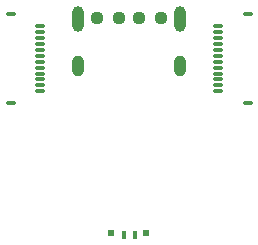
<source format=gbr>
%TF.GenerationSoftware,KiCad,Pcbnew,8.0.1*%
%TF.CreationDate,2024-03-21T20:23:12-04:00*%
%TF.ProjectId,040-05x-v2,3034302d-3035-4782-9d76-322e6b696361,rev?*%
%TF.SameCoordinates,Original*%
%TF.FileFunction,Soldermask,Top*%
%TF.FilePolarity,Negative*%
%FSLAX46Y46*%
G04 Gerber Fmt 4.6, Leading zero omitted, Abs format (unit mm)*
G04 Created by KiCad (PCBNEW 8.0.1) date 2024-03-21 20:23:12*
%MOMM*%
%LPD*%
G01*
G04 APERTURE LIST*
G04 Aperture macros list*
%AMRoundRect*
0 Rectangle with rounded corners*
0 $1 Rounding radius*
0 $2 $3 $4 $5 $6 $7 $8 $9 X,Y pos of 4 corners*
0 Add a 4 corners polygon primitive as box body*
4,1,4,$2,$3,$4,$5,$6,$7,$8,$9,$2,$3,0*
0 Add four circle primitives for the rounded corners*
1,1,$1+$1,$2,$3*
1,1,$1+$1,$4,$5*
1,1,$1+$1,$6,$7*
1,1,$1+$1,$8,$9*
0 Add four rect primitives between the rounded corners*
20,1,$1+$1,$2,$3,$4,$5,0*
20,1,$1+$1,$4,$5,$6,$7,0*
20,1,$1+$1,$6,$7,$8,$9,0*
20,1,$1+$1,$8,$9,$2,$3,0*%
G04 Aperture macros list end*
%ADD10RoundRect,0.100000X-0.300000X0.100000X-0.300000X-0.100000X0.300000X-0.100000X0.300000X0.100000X0*%
%ADD11RoundRect,0.075000X-0.325000X0.075000X-0.325000X-0.075000X0.325000X-0.075000X0.325000X0.075000X0*%
%ADD12RoundRect,0.237500X0.250000X0.237500X-0.250000X0.237500X-0.250000X-0.237500X0.250000X-0.237500X0*%
%ADD13R,0.600000X0.500000*%
%ADD14R,0.440000X0.750000*%
%ADD15RoundRect,0.100000X0.300000X-0.100000X0.300000X0.100000X-0.300000X0.100000X-0.300000X-0.100000X0*%
%ADD16RoundRect,0.075000X0.325000X-0.075000X0.325000X0.075000X-0.325000X0.075000X-0.325000X-0.075000X0*%
%ADD17O,1.000000X2.200000*%
%ADD18O,1.000000X1.800000*%
G04 APERTURE END LIST*
D10*
%TO.C,J3*%
X57037000Y-58353000D03*
X57037000Y-65853000D03*
D11*
X59537000Y-59353000D03*
X59537000Y-59853000D03*
X59537000Y-60353000D03*
X59537000Y-60853000D03*
X59537000Y-61353000D03*
X59537000Y-61853000D03*
X59537000Y-62353000D03*
X59537000Y-62853000D03*
X59537000Y-63353000D03*
X59537000Y-63853000D03*
X59537000Y-64353000D03*
X59537000Y-64853000D03*
%TD*%
D12*
%TO.C,R4*%
X66190500Y-58674000D03*
X64365500Y-58674000D03*
%TD*%
%TO.C,R3*%
X69746500Y-58674000D03*
X67921500Y-58674000D03*
%TD*%
D13*
%TO.C,D1*%
X65536000Y-76877000D03*
D14*
X66606000Y-77002000D03*
X67506000Y-77002000D03*
D13*
X68456000Y-76877000D03*
%TD*%
D15*
%TO.C,J2*%
X77075000Y-65853000D03*
X77075000Y-58353000D03*
D16*
X74575000Y-64853000D03*
X74575000Y-64353000D03*
X74575000Y-63853000D03*
X74575000Y-63353000D03*
X74575000Y-62853000D03*
X74575000Y-62353000D03*
X74575000Y-61853000D03*
X74575000Y-61353000D03*
X74575000Y-60853000D03*
X74575000Y-60353000D03*
X74575000Y-59853000D03*
X74575000Y-59353000D03*
%TD*%
D17*
%TO.C,J4*%
X62736000Y-58707800D03*
D18*
X62736000Y-62707800D03*
D17*
X71376000Y-58707800D03*
D18*
X71376000Y-62707800D03*
%TD*%
M02*

</source>
